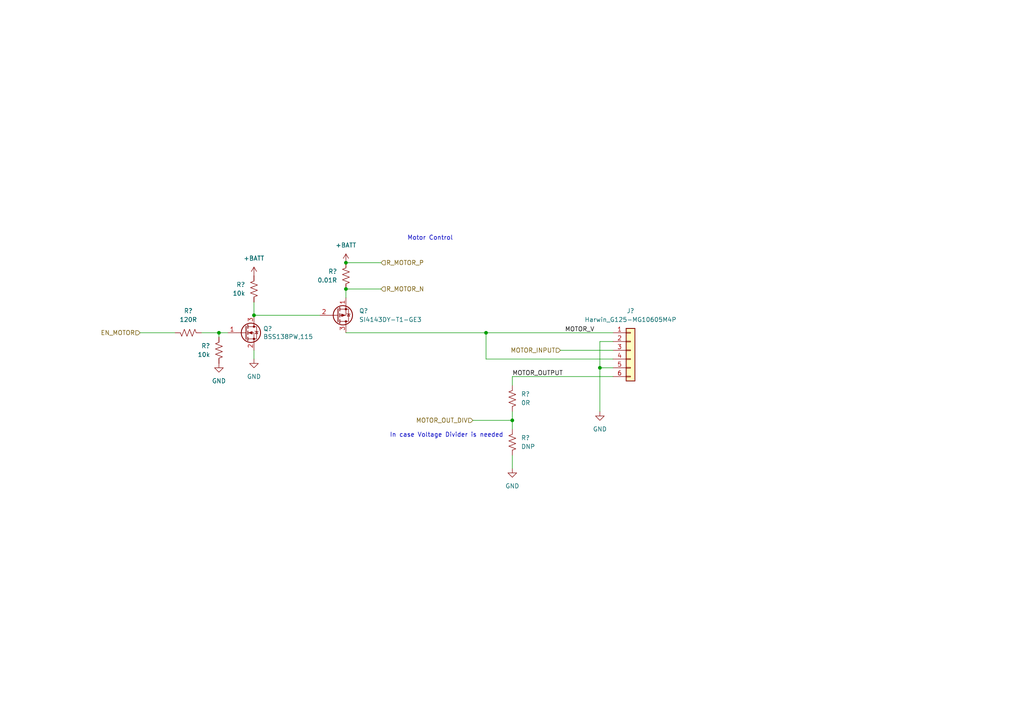
<source format=kicad_sch>
(kicad_sch (version 20230121) (generator eeschema)
  (paper "A4")
  (lib_symbols
    (symbol "Connector_Generic:Conn_01x06" (pin_names (offset 1.016) hide)
      (property "Reference" "J" (at 0 7.62 0))
      (property "Value" "Conn_01x06" (at 0 -10.16 0))
      (symbol "Conn_01x06_1_1"
        (rectangle (start -1.27 -7.493) (end 0 -7.747) (stroke (width 0.1524)))
        (rectangle (start -1.27 -4.953) (end 0 -5.207) (stroke (width 0.1524)))
        (rectangle (start -1.27 -2.413) (end 0 -2.667) (stroke (width 0.1524)))
        (rectangle (start -1.27 0.127) (end 0 -0.127) (stroke (width 0.1524)))
        (rectangle (start -1.27 2.667) (end 0 2.413) (stroke (width 0.1524)))
        (rectangle (start -1.27 5.207) (end 0 4.953) (stroke (width 0.1524)))
        (rectangle (start -1.27 6.35) (end 1.27 -8.89) (stroke (width 0.254)) (fill (type background)))
        (pin passive line (at -5.08 5.08 0) (length 3.81) (name "Pin_1") (number "1"))
        (pin passive line (at -5.08 2.54 0) (length 3.81) (name "Pin_2") (number "2"))
        (pin passive line (at -5.08 0 0) (length 3.81) (name "Pin_3") (number "3"))
        (pin passive line (at -5.08 -2.54 0) (length 3.81) (name "Pin_4") (number "4"))
        (pin passive line (at -5.08 -5.08 0) (length 3.81) (name "Pin_5") (number "5"))
        (pin passive line (at -5.08 -7.62 0) (length 3.81) (name "Pin_6") (number "6"))
      )
    )
    (symbol "Device:Q_PMOS_SGD" (pin_names (offset 0) hide)
      (property "Reference" "Q" (at 5.08 1.27 0))
      (property "Value" "Q_PMOS_SGD" (at 5.08 -1.27 0))
      (symbol "Q_PMOS_SGD_0_1"
        (polyline (pts (xy 0.254 0) (xy -2.54 0)))
        (polyline (pts (xy 0.254 1.905) (xy 0.254 -1.905)) (stroke (width 0.254)))
        (polyline (pts (xy 0.762 -1.27) (xy 0.762 -2.286)) (stroke (width 0.254)))
        (polyline (pts (xy 0.762 0.508) (xy 0.762 -0.508)) (stroke (width 0.254)))
        (polyline (pts (xy 0.762 2.286) (xy 0.762 1.27)) (stroke (width 0.254)))
        (polyline (pts (xy 2.54 2.54) (xy 2.54 1.778)))
        (polyline (pts (xy 2.54 -2.54) (xy 2.54 0) (xy 0.762 0)))
        (polyline (pts (xy 0.762 1.778) (xy 3.302 1.778) (xy 3.302 -1.778) (xy 0.762 -1.778)))
        (polyline (pts (xy 2.286 0) (xy 1.27 0.381) (xy 1.27 -0.381) (xy 2.286 0)) (fill (type outline)))
        (polyline (pts (xy 2.794 -0.508) (xy 2.921 -0.381) (xy 3.683 -0.381) (xy 3.81 -0.254)))
        (polyline (pts (xy 3.302 -0.381) (xy 2.921 0.254) (xy 3.683 0.254) (xy 3.302 -0.381)))
        (circle (center 1.651 0) (radius 2.794) (stroke (width 0.254)))
        (circle (center 2.54 -1.778) (radius 0.254) (fill (type outline)))
        (circle (center 2.54 1.778) (radius 0.254) (fill (type outline)))
      )
      (symbol "Q_PMOS_SGD_1_1"
        (pin passive line (at 2.54 -5.08 90) (length 2.54) (name "S") (number "1"))
        (pin input line (at -5.08 0 0) (length 2.54) (name "G") (number "2"))
        (pin passive line (at 2.54 5.08 270) (length 2.54) (name "D") (number "3"))
      )
    )
    (symbol "Device:R_US" (pin_numbers hide) (pin_names (offset 0))
      (property "Reference" "R" (at 2.54 0 90))
      (property "Value" "R_US" (at -2.54 0 90))
      (symbol "R_US_0_1"
        (polyline (pts (xy 0 -2.286) (xy 0 -2.54)))
        (polyline (pts (xy 0 2.286) (xy 0 2.54)))
        (polyline (pts (xy 0 -0.762) (xy 1.016 -1.143) (xy 0 -1.524) (xy -1.016 -1.905) (xy 0 -2.286)))
        (polyline (pts (xy 0 0.762) (xy 1.016 0.381) (xy 0 0) (xy -1.016 -0.381) (xy 0 -0.762)))
        (polyline (pts (xy 0 2.286) (xy 1.016 1.905) (xy 0 1.524) (xy -1.016 1.143) (xy 0 0.762)))
      )
      (symbol "R_US_1_1"
        (pin passive line (at 0 3.81 270) (length 1.27) (name "~") (number "1"))
        (pin passive line (at 0 -3.81 90) (length 1.27) (name "~") (number "2"))
      )
    )
    (symbol "Transistor_FET:BSS138" (pin_names hide)
      (property "Reference" "Q" (at 5.08 1.905 0))
      (property "Value" "BSS138" (at 5.08 0 0))
      (symbol "BSS138_0_1"
        (polyline (pts (xy 0.254 0) (xy -2.54 0)))
        (polyline (pts (xy 0.254 1.905) (xy 0.254 -1.905)) (stroke (width 0.254)))
        (polyline (pts (xy 0.762 -1.27) (xy 0.762 -2.286)) (stroke (width 0.254)))
        (polyline (pts (xy 0.762 0.508) (xy 0.762 -0.508)) (stroke (width 0.254)))
        (polyline (pts (xy 0.762 2.286) (xy 0.762 1.27)) (stroke (width 0.254)))
        (polyline (pts (xy 2.54 2.54) (xy 2.54 1.778)))
        (polyline (pts (xy 2.54 -2.54) (xy 2.54 0) (xy 0.762 0)))
        (polyline (pts (xy 0.762 -1.778) (xy 3.302 -1.778) (xy 3.302 1.778) (xy 0.762 1.778)))
        (polyline (pts (xy 1.016 0) (xy 2.032 0.381) (xy 2.032 -0.381) (xy 1.016 0)) (fill (type outline)))
        (polyline (pts (xy 2.794 0.508) (xy 2.921 0.381) (xy 3.683 0.381) (xy 3.81 0.254)))
        (polyline (pts (xy 3.302 0.381) (xy 2.921 -0.254) (xy 3.683 -0.254) (xy 3.302 0.381)))
        (circle (center 1.651 0) (radius 2.794) (stroke (width 0.254)))
        (circle (center 2.54 -1.778) (radius 0.254) (fill (type outline)))
        (circle (center 2.54 1.778) (radius 0.254) (fill (type outline)))
      )
      (symbol "BSS138_1_1"
        (pin input line (at -5.08 0 0) (length 2.54) (name "G") (number "1"))
        (pin passive line (at 2.54 -5.08 90) (length 2.54) (name "S") (number "2"))
        (pin passive line (at 2.54 5.08 270) (length 2.54) (name "D") (number "3"))
      )
    )
    (symbol "power:+BATT" (power) (pin_names (offset 0))
      (property "Value" "+BATT" (at 0 3.556 0))
      (symbol "+BATT_0_1"
        (polyline (pts (xy -0.762 1.27) (xy 0 2.54)))
        (polyline (pts (xy 0 0) (xy 0 2.54)))
        (polyline (pts (xy 0 2.54) (xy 0.762 1.27)))
      )
      (symbol "+BATT_1_1"
        (pin power_in line (at 0 0 90) (length 0) hide (name "+BATT") (number "1"))
      )
    )
    (symbol "power:GND" (power) (pin_names (offset 0))
      (property "Value" "GND" (at 0 -3.81 0))
      (symbol "GND_0_1"
        (polyline (pts (xy 0 0) (xy 0 -1.27) (xy 1.27 -1.27) (xy 0 -2.54) (xy -1.27 -1.27) (xy 0 -1.27)))
      )
      (symbol "GND_1_1"
        (pin power_in line (at 0 0 270) (length 0) hide (name "GND") (number "1"))
      )
    )
  )
  (junction (at 148.59 121.92))
  (junction (at 140.97 96.52))
  (junction (at 100.33 76.2))
  (junction (at 100.33 83.82))
  (junction (at 63.5 96.52))
  (junction (at 173.99 106.68))
  (junction (at 73.66 91.44))
  (wire (pts (xy 162.56 101.6) (xy 177.8 101.6)))
  (wire (pts (xy 173.99 106.68) (xy 173.99 119.38)))
  (wire (pts (xy 140.97 104.14) (xy 140.97 96.52)))
  (wire (pts (xy 73.66 104.14) (xy 73.66 101.6)))
  (wire (pts (xy 40.64 96.52) (xy 50.8 96.52)))
  (wire (pts (xy 177.8 106.68) (xy 173.99 106.68)))
  (wire (pts (xy 100.33 76.2) (xy 110.49 76.2)))
  (wire (pts (xy 148.59 124.46) (xy 148.59 121.92)))
  (wire (pts (xy 73.66 87.63) (xy 73.66 91.44)))
  (wire (pts (xy 173.99 99.06) (xy 173.99 106.68)))
  (wire (pts (xy 148.59 109.22) (xy 177.8 109.22)))
  (wire (pts (xy 148.59 135.89) (xy 148.59 132.08)))
  (wire (pts (xy 92.71 91.44) (xy 73.66 91.44)))
  (wire (pts (xy 63.5 96.52) (xy 66.04 96.52)))
  (wire (pts (xy 100.33 96.52) (xy 140.97 96.52)))
  (wire (pts (xy 100.33 83.82) (xy 110.49 83.82)))
  (wire (pts (xy 148.59 121.92) (xy 137.16 121.92)))
  (wire (pts (xy 148.59 109.22) (xy 148.59 111.76)))
  (wire (pts (xy 173.99 99.06) (xy 177.8 99.06)))
  (wire (pts (xy 63.5 97.79) (xy 63.5 96.52)))
  (wire (pts (xy 140.97 96.52) (xy 177.8 96.52)))
  (wire (pts (xy 58.42 96.52) (xy 63.5 96.52)))
  (wire (pts (xy 148.59 121.92) (xy 148.59 119.38)))
  (wire (pts (xy 100.33 83.82) (xy 100.33 86.36)))
  (wire (pts (xy 177.8 104.14) (xy 140.97 104.14)))
  (text "Motor Control\n" (at 118.11 69.85 0) (effects (font (size 1.27 1.27)) (justify left bottom)))
  (text "\nIn case Voltage Divider is needed\n" (at 113.03 127 0) (effects (font (size 1.27 1.27)) (justify left bottom)))
  (label "MOTOR_OUTPUT" (at 148.59 109.22 0))
  (label "MOTOR_V" (at 163.83 96.52 0))
  (hierarchical_label "R_MOTOR_N" (shape input) (at 110.49 83.82 0))
  (hierarchical_label "MOTOR_INPUT" (shape input) (at 162.56 101.6 180))
  (hierarchical_label "R_MOTOR_P" (shape input) (at 110.49 76.2 0))
  (hierarchical_label "MOTOR_OUT_DIV" (shape input) (at 137.16 121.92 180))
  (hierarchical_label "EN_MOTOR" (shape input) (at 40.64 96.52 180))
  (symbol (lib_id "Device:Q_PMOS_SGD") (at 97.79 91.44 0) (mirror x) (unit 1)
    (property "Reference" "Q?" (at 104.14 90.1699 0) (effects (justify left)))
    (property "Value" "SI4143DY-T1-GE3" (at 104.14 92.7099 0) (effects (justify left)))
    (property "Footprint" "charging_on_the_pad:SI4143DY-T1-GE3" (effects hide))
    (instances (project "charging_on_the_pad" (path "" (reference "Q?") (unit 1)) (path "" (reference "Q8") (unit 1))))
  )
  (symbol (lib_id "Connector_Generic:Conn_01x06") (at 182.88 101.6 0) (unit 1)
    (property "Reference" "J?" (at 182.88 90.17 0))
    (property "Value" "Harwin_G125-MG10605M4P" (at 182.88 92.71 0))
    (property "Footprint" "canhw_footprints:connector_Harwin_G125–MG10605M4P" (effects hide))
    (instances (project "charging_on_the_pad" (path "" (reference "J?") (unit 1)) (path "" (reference "J4") (unit 1))))
  )
  (symbol (lib_id "Device:R_US") (at 73.66 83.82 0) (mirror y) (unit 1)
    (property "Reference" "R?" (at 71.12 82.5499 0) (effects (justify left)))
    (property "Value" "10k" (at 71.12 85.0899 0) (effects (justify left)))
    (property "Footprint" "Resistor_SMD:R_0805_2012Metric_Pad1.20x1.40mm_HandSolder" (effects hide))
    (instances (project "charging_on_the_pad" (path "" (reference "R?") (unit 1)) (path "" (reference "R38") (unit 1))))
  )
  (symbol (lib_id "power:+BATT") (at 100.33 76.2 0) (unit 1)
    (property "Reference" "#PWR?" (effects hide))
    (property "Value" "+BATT" (at 100.33 71.12 0))
    (instances (project "charging_on_the_pad" (path "" (reference "#PWR?") (unit 1)) (path "" (reference "#PWR079") (unit 1))))
  )
  (symbol (lib_id "Device:R_US") (at 100.33 80.01 0) (mirror y) (unit 1)
    (property "Reference" "R?" (at 97.79 78.74 0) (effects (justify left)))
    (property "Value" "0.01R" (at 97.79 81.28 0) (effects (justify left)))
    (property "Footprint" "Resistor_SMD:R_0805_2012Metric_Pad1.20x1.40mm_HandSolder" (effects hide))
    (instances (project "charging_on_the_pad" (path "" (reference "R?") (unit 1)) (path "" (reference "R39") (unit 1))))
  )
  (symbol (lib_id "power:GND") (at 63.5 105.41 0) (mirror y) (unit 1)
    (property "Reference" "#PWR?" (effects hide))
    (property "Value" "GND" (at 63.5 110.49 0))
    (instances (project "charging_on_the_pad" (path "" (reference "#PWR?") (unit 1)) (path "" (reference "#PWR076") (unit 1))))
  )
  (symbol (lib_id "Device:R_US") (at 148.59 128.27 0) (mirror y) (unit 1)
    (property "Reference" "R?" (at 151.13 127 0) (effects (justify right)))
    (property "Value" "DNP" (at 151.13 129.54 0) (effects (justify right)))
    (property "Footprint" "Resistor_SMD:R_0805_2012Metric_Pad1.20x1.40mm_HandSolder" (effects hide))
    (instances (project "charging_on_the_pad" (path "" (reference "R?") (unit 1)) (path "" (reference "R41") (unit 1))))
  )
  (symbol (lib_id "power:GND") (at 73.66 104.14 0) (mirror y) (unit 1)
    (property "Reference" "#PWR?" (effects hide))
    (property "Value" "GND" (at 73.66 109.22 0))
    (instances (project "charging_on_the_pad" (path "" (reference "#PWR?") (unit 1)) (path "" (reference "#PWR078") (unit 1))))
  )
  (symbol (lib_id "Device:R_US") (at 148.59 115.57 0) (mirror y) (unit 1)
    (property "Reference" "R?" (at 151.13 114.3 0) (effects (justify right)))
    (property "Value" "0R" (at 151.13 116.84 0) (effects (justify right)))
    (property "Footprint" "Resistor_SMD:R_0805_2012Metric_Pad1.20x1.40mm_HandSolder" (effects hide))
    (instances (project "charging_on_the_pad" (path "" (reference "R?") (unit 1)) (path "" (reference "R40") (unit 1))))
  )
  (symbol (lib_id "power:GND") (at 173.99 119.38 0) (mirror y) (unit 1)
    (property "Reference" "#PWR?" (effects hide))
    (property "Value" "GND" (at 173.99 124.46 0))
    (instances (project "charging_on_the_pad" (path "" (reference "#PWR?") (unit 1)) (path "" (reference "#PWR081") (unit 1))))
  )
  (symbol (lib_id "power:GND") (at 148.59 135.89 0) (mirror y) (unit 1)
    (property "Reference" "#PWR?" (effects hide))
    (property "Value" "GND" (at 148.59 140.97 0))
    (instances (project "charging_on_the_pad" (path "" (reference "#PWR?") (unit 1)) (path "" (reference "#PWR080") (unit 1))))
  )
  (symbol (lib_id "Transistor_FET:BSS138") (at 71.12 96.52 0) (unit 1)
    (property "Reference" "Q?" (at 76.327 95.3516 0) (effects (justify left)))
    (property "Value" "BSS138PW,115" (at 76.327 97.663 0) (effects (justify left)))
    (property "Footprint" "Package_TO_SOT_SMD:SOT-23_Handsoldering" (effects hide))
    (property "Datasheet" "https://www.fairchildsemi.com/datasheets/BS/BSS138.pdf" (effects hide))
    (instances (project "charging_on_the_pad" (path "" (reference "Q?") (unit 1)) (path "" (reference "Q7") (unit 1))) (project "remote_arming" (path "" (reference "Q?") (unit 1))))
  )
  (symbol (lib_id "power:+BATT") (at 73.66 80.01 0) (unit 1)
    (property "Reference" "#PWR?" (effects hide))
    (property "Value" "+BATT" (at 73.66 74.93 0))
    (instances (project "charging_on_the_pad" (path "" (reference "#PWR?") (unit 1)) (path "" (reference "#PWR077") (unit 1))))
  )
  (symbol (lib_id "Device:R_US") (at 54.61 96.52 90) (mirror x) (unit 1)
    (property "Reference" "R?" (at 54.61 90.17 90))
    (property "Value" "120R" (at 54.61 92.71 90))
    (property "Footprint" "Resistor_SMD:R_0805_2012Metric_Pad1.20x1.40mm_HandSolder" (effects hide))
    (instances (project "charging_on_the_pad" (path "" (reference "R?") (unit 1)) (path "" (reference "R36") (unit 1))))
  )
  (symbol (lib_id "Device:R_US") (at 63.5 101.6 0) (mirror y) (unit 1)
    (property "Reference" "R?" (at 60.96 100.3299 0) (effects (justify left)))
    (property "Value" "10k" (at 60.96 102.8699 0) (effects (justify left)))
    (property "Footprint" "Resistor_SMD:R_0805_2012Metric_Pad1.20x1.40mm_HandSolder" (effects hide))
    (instances (project "charging_on_the_pad" (path "" (reference "R?") (unit 1)) (path "" (reference "R37") (unit 1))))
  )
)
</source>
